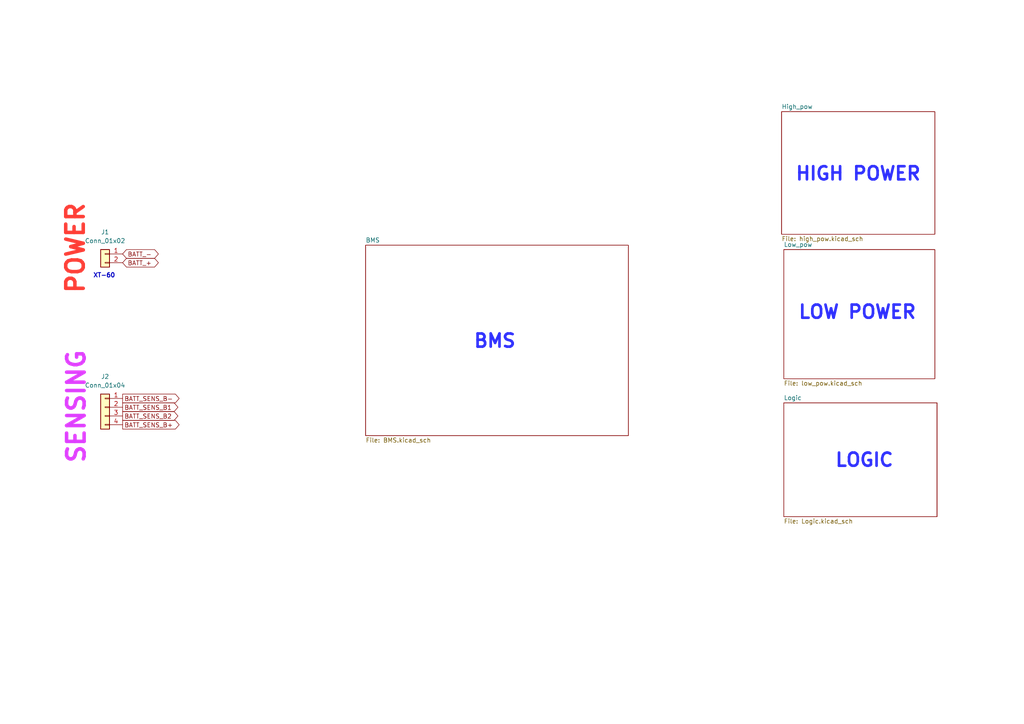
<source format=kicad_sch>
(kicad_sch (version 20250114) (generator "eeschema") (generator_version "9.0")
  (paper "A4")
  (lib_symbols
    (symbol "Connector_Generic:Conn_01x02" (pin_names (offset 1.016) (hide yes))
      (property "Reference" "J" (at 0 2.54 0))
      (property "Value" "Conn_01x02" (at 0 -5.08 0))
      (symbol "Conn_01x02_1_1"
        (rectangle (start -1.27 1.27) (end 1.27 -3.81) (stroke (width 0.254)) (fill (type background)))
        (rectangle (start -1.27 0.127) (end 0 -0.127) (stroke (width 0.1524)))
        (rectangle (start -1.27 -2.413) (end 0 -2.667) (stroke (width 0.1524)))
        (pin passive line (at -5.08 0 0) (length 3.81) (name "Pin_1") (number "1"))
        (pin passive line (at -5.08 -2.54 0) (length 3.81) (name "Pin_2") (number "2"))
      )
    )
    (symbol "Connector_Generic:Conn_01x04" (pin_names (offset 1.016) (hide yes))
      (property "Reference" "J" (at 0 5.08 0))
      (property "Value" "Conn_01x04" (at 0 -7.62 0))
      (symbol "Conn_01x04_1_1"
        (rectangle (start -1.27 3.81) (end 1.27 -6.35) (stroke (width 0.254)) (fill (type background)))
        (rectangle (start -1.27 2.667) (end 0 2.413) (stroke (width 0.1524)))
        (rectangle (start -1.27 0.127) (end 0 -0.127) (stroke (width 0.1524)))
        (rectangle (start -1.27 -2.413) (end 0 -2.667) (stroke (width 0.1524)))
        (rectangle (start -1.27 -4.953) (end 0 -5.207) (stroke (width 0.1524)))
        (pin passive line (at -5.08 2.54 0) (length 3.81) (name "Pin_1") (number "1"))
        (pin passive line (at -5.08 0 0) (length 3.81) (name "Pin_2") (number "2"))
        (pin passive line (at -5.08 -2.54 0) (length 3.81) (name "Pin_3") (number "3"))
        (pin passive line (at -5.08 -5.08 0) (length 3.81) (name "Pin_4") (number "4"))
      )
    )
  )
  (text "LOGIC\n" (at 250.698 133.604 0) (effects (font (size 3.81 3.81) (thickness 0.762) (bold yes))))
  (text "POWER" (at 21.844 72.136 90) (effects (font (size 5.08 5.08) (thickness 1.016) (bold yes))))
  (text "SENSING\n" (at 22.098 118.11 90) (effects (font (size 5.08 5.08) (thickness 1.016) (bold yes))))
  (text "XT-60\n" (at 30.226 80.01 0) (effects (font (size 1.27 1.27) (thickness 0.254) (bold yes))))
  (text "BMS" (at 143.51 99.06 0) (effects (font (size 3.81 3.81) (thickness 0.762) (bold yes))))
  (text "LOW POWER\n" (at 248.666 90.678 0) (effects (font (size 3.81 3.81) (thickness 0.762) (bold yes))))
  (text "HIGH POWER\n" (at 248.92 50.546 0) (effects (font (size 3.81 3.81) (thickness 0.762) (bold yes))))
  (global_label "BATT_SENS_B-" (shape output) (at 35.56 115.57 0) (property "Intersheetrefs" "${INTERSHEET_REFS}" (effects (hide yes))))
  (global_label "BATT_-" (shape bidirectional) (at 35.56 73.66 0) (property "Intersheetrefs" "${INTERSHEET_REFS}" (effects (hide yes))))
  (global_label "BATT_SENS_B+" (shape output) (at 35.56 123.19 0) (property "Intersheetrefs" "${INTERSHEET_REFS}" (effects (hide yes))))
  (global_label "BATT_SENS_B1" (shape output) (at 35.56 118.11 0) (property "Intersheetrefs" "${INTERSHEET_REFS}" (effects (hide yes))))
  (global_label "BATT_SENS_B2" (shape output) (at 35.56 120.65 0) (property "Intersheetrefs" "${INTERSHEET_REFS}" (effects (hide yes))))
  (global_label "BATT_+" (shape bidirectional) (at 35.56 76.2 0) (property "Intersheetrefs" "${INTERSHEET_REFS}" (effects (hide yes))))
  (symbol (lib_id "Connector_Generic:Conn_01x04") (at 30.48 118.11 0) (mirror y) (unit 1)
    (property "Reference" "J2" (at 30.48 109.22 0))
    (property "Value" "Conn_01x04" (at 30.48 111.76 0))
    (property "Description" "Generic connector, single row, 01x04, script generated (kicad-library-utils/schlib/autogen/connector/)" (effects (hide yes)))
  )
  (symbol (lib_id "Connector_Generic:Conn_01x02") (at 30.48 73.66 0) (mirror y) (unit 1)
    (property "Reference" "J1" (at 30.48 67.31 0))
    (property "Value" "Conn_01x02" (at 30.48 69.85 0))
    (property "Footprint" "Connector_AMASS:AMASS_XT60-M_1x02_P7.20mm_Vertical" (effects (hide yes)))
    (property "Description" "Generic connector, single row, 01x02, script generated (kicad-library-utils/schlib/autogen/connector/)" (effects (hide yes)))
  )
  (sheet (at 106.045 71.12) (size 76.2 55.245) (stroke (width 0.1524))
    (property "Sheetname" "BMS" (at 106.045 70.4084 0) (effects (justify left bottom)))
    (property "Sheetfile" "BMS.kicad_sch" (at 106.045 126.9496 0) (effects (justify left top)))
  )
  (sheet (at 227.33 72.39) (size 43.815 37.465) (stroke (width 0.1524))
    (property "Sheetname" "Low_pow" (at 227.33 71.6784 0) (effects (justify left bottom)))
    (property "Sheetfile" "low_pow.kicad_sch" (at 227.33 110.4396 0) (effects (justify left top)))
  )
  (sheet (at 227.33 116.84) (size 44.45 33.02) (stroke (width 0.1524))
    (property "Sheetname" "Logic" (at 227.33 116.1284 0) (effects (justify left bottom)))
    (property "Sheetfile" "Logic.kicad_sch" (at 227.33 150.4446 0) (effects (justify left top)))
  )
  (sheet (at 226.695 32.385) (size 44.45 35.56) (stroke (width 0.1524))
    (property "Sheetname" "High_pow" (at 226.695 31.6734 0) (effects (justify left bottom)))
    (property "Sheetfile" "high_pow.kicad_sch" (at 226.695 68.5296 0) (effects (justify left top)))
  )
)
</source>
